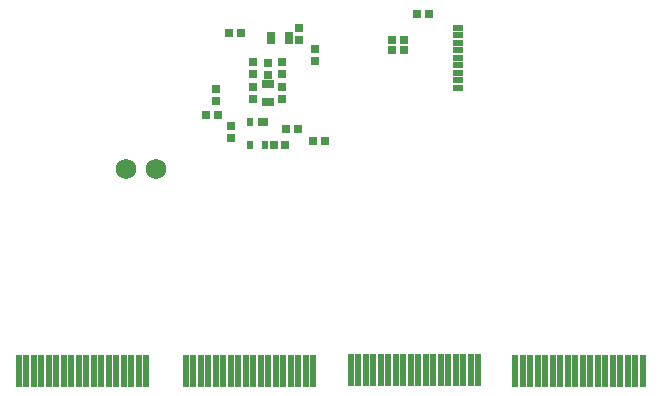
<source format=gbs>
G04 #@! TF.FileFunction,Soldermask,Bot*
%FSLAX45Y45*%
G04 Gerber Fmt 4.5, Leading zero omitted, Abs format (unit mm)*
G04 Created by KiCad (PCBNEW 0.201509251832+6217~30~ubuntu14.04.1-product) date Fri 30 Oct 2015 01:43:29 PM EDT*
%MOMM*%
G01*
G04 APERTURE LIST*
%ADD10C,0.127000*%
%ADD11R,0.751840X1.051560*%
%ADD12R,1.051560X0.751840*%
%ADD13R,0.652780X0.751840*%
%ADD14R,0.751840X0.652780*%
%ADD15R,0.482600X2.692400*%
%ADD16C,1.752600*%
%ADD17R,0.602400X0.752400*%
%ADD18R,0.902400X0.752400*%
%ADD19R,0.965200X0.482600*%
G04 APERTURE END LIST*
D10*
D11*
X13687806Y-8284464D03*
X13837666Y-8284464D03*
D12*
X13661390Y-8829040D03*
X13661390Y-8679180D03*
D13*
X13432028Y-8246110D03*
X13331952Y-8246110D03*
D14*
X13661390Y-8600948D03*
X13661390Y-8500872D03*
X13923010Y-8303768D03*
X13923010Y-8203692D03*
X13534390Y-8588248D03*
X13534390Y-8488172D03*
X14060424Y-8381746D03*
X14060424Y-8481822D03*
X13534390Y-8704072D03*
X13534390Y-8804148D03*
D13*
X14043152Y-9160510D03*
X14143228Y-9160510D03*
D14*
X13775690Y-8704072D03*
X13775690Y-8804148D03*
D13*
X13915390Y-9060180D03*
X13815314Y-9060180D03*
D14*
X13775690Y-8588248D03*
X13775690Y-8488172D03*
X13343890Y-9134348D03*
X13343890Y-9034272D03*
X13216890Y-8716772D03*
X13216890Y-8816848D03*
D13*
X13135102Y-8935212D03*
X13235178Y-8935212D03*
X15019528Y-8081010D03*
X14919452Y-8081010D03*
X14708632Y-8387080D03*
X14808708Y-8387080D03*
X14808708Y-8301990D03*
X14708632Y-8301990D03*
X13708126Y-9192260D03*
X13808202Y-9192260D03*
D15*
X16834866Y-11102594D03*
X16771366Y-11102594D03*
X16707866Y-11102594D03*
X16644366Y-11102594D03*
X16580866Y-11102594D03*
X16517366Y-11102594D03*
X16453866Y-11102594D03*
X16390366Y-11102594D03*
X16326866Y-11102594D03*
X16263366Y-11102594D03*
X16199866Y-11102594D03*
X16136366Y-11102594D03*
X16072866Y-11102594D03*
X16009366Y-11102594D03*
X15945866Y-11102594D03*
X15882366Y-11102594D03*
X15818866Y-11102594D03*
X15755366Y-11102594D03*
X14042644Y-11102086D03*
X13979144Y-11102086D03*
X13915644Y-11102086D03*
X13852144Y-11102086D03*
X13788644Y-11102086D03*
X13725144Y-11102086D03*
X13661644Y-11102086D03*
X13598144Y-11102086D03*
X13534644Y-11102086D03*
X13471144Y-11102086D03*
X13407644Y-11102086D03*
X13344144Y-11102086D03*
X13280644Y-11102086D03*
X13217144Y-11102086D03*
X13153644Y-11102086D03*
X13090144Y-11102086D03*
X13026644Y-11102086D03*
X12963144Y-11102086D03*
X15439390Y-11100816D03*
X15375890Y-11100816D03*
X15312390Y-11100816D03*
X15248890Y-11100816D03*
X15185390Y-11100816D03*
X15121890Y-11100816D03*
X15058390Y-11100816D03*
X14994890Y-11100816D03*
X14931390Y-11100816D03*
X14867890Y-11100816D03*
X14804390Y-11100816D03*
X14740890Y-11100816D03*
X14677390Y-11100816D03*
X14613890Y-11100816D03*
X14550390Y-11100816D03*
X14486890Y-11100816D03*
X14423390Y-11100816D03*
X14359890Y-11100816D03*
X12628372Y-11102594D03*
X12564872Y-11102594D03*
X12501372Y-11102594D03*
X12437872Y-11102594D03*
X12374372Y-11102594D03*
X12310872Y-11102594D03*
X12247372Y-11102594D03*
X12183872Y-11102594D03*
X12120372Y-11102594D03*
X12056872Y-11102594D03*
X11993372Y-11102594D03*
X11929872Y-11102594D03*
X11866372Y-11102594D03*
X11802872Y-11102594D03*
X11739372Y-11102594D03*
X11675872Y-11102594D03*
X11612372Y-11102594D03*
X11548872Y-11102594D03*
D16*
X12456922Y-9391650D03*
X12710922Y-9391650D03*
D17*
X13504950Y-8996970D03*
D18*
X13619950Y-8996970D03*
D17*
X13634950Y-9191970D03*
X13504950Y-9191970D03*
D19*
X15271750Y-8200390D03*
X15271750Y-8263890D03*
X15271750Y-8327390D03*
X15271750Y-8390890D03*
X15271750Y-8454390D03*
X15271750Y-8517890D03*
X15271750Y-8581390D03*
X15271750Y-8644890D03*
X15271750Y-8708390D03*
M02*

</source>
